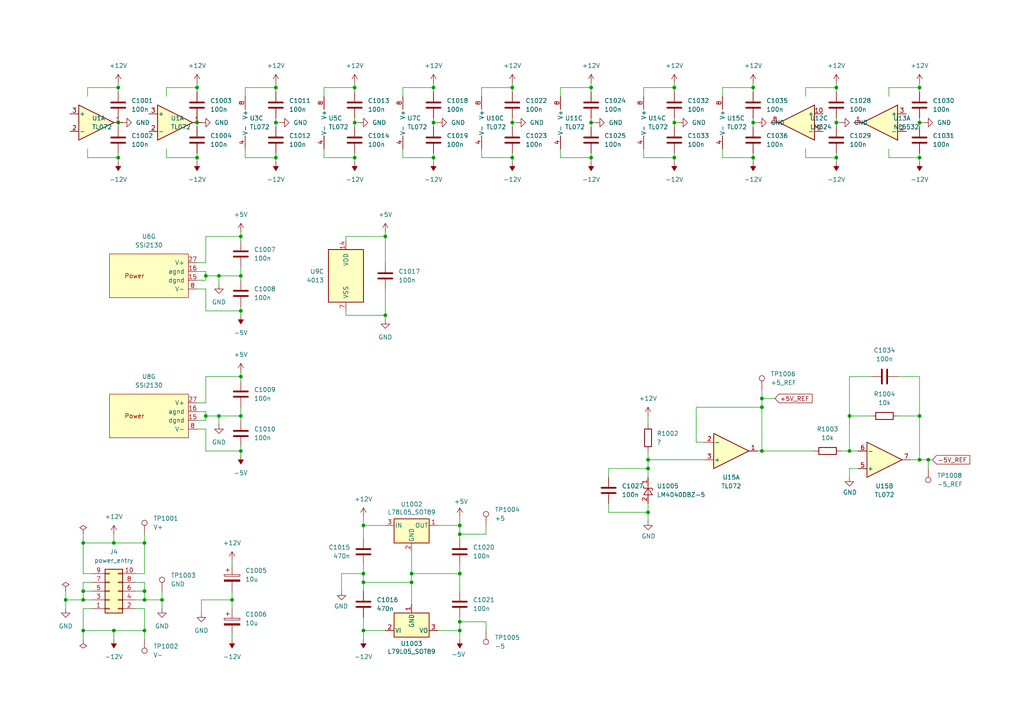
<source format=kicad_sch>
(kicad_sch (version 20230121) (generator eeschema)
  (paper "A4")
  (title_block (title "MICRO-OX Main VCO board") (date "2023-03-27") (rev "0") (comment 2 "creativecommons.org/licenses/by/4.0") (comment 3 "license: CC by 4.0") (comment 4 "Author: Jordan Aceto"))
  (junction (at 266.7 133.35))
  (junction (at 220.98 130.81))
  (junction (at 125.73 35.56))
  (junction (at 133.35 180.34))
  (junction (at 187.96 148.59))
  (junction (at 242.57 25.4))
  (junction (at 57.15 25.4))
  (junction (at 59.69 120.65))
  (junction (at 80.01 45.72))
  (junction (at 102.87 25.4))
  (junction (at 148.59 35.56))
  (junction (at 69.85 90.17))
  (junction (at 119.38 166.37))
  (junction (at 187.96 135.89))
  (junction (at 218.44 25.4))
  (junction (at 171.45 35.56))
  (junction (at 148.59 45.72))
  (junction (at 133.35 182.88))
  (junction (at 34.29 35.56))
  (junction (at 133.35 154.94))
  (junction (at 148.59 25.4))
  (junction (at 102.87 35.56))
  (junction (at 218.44 35.56))
  (junction (at 34.29 45.72))
  (junction (at 57.15 35.56))
  (junction (at 41.91 182.88))
  (junction (at 171.45 25.4))
  (junction (at 269.24 133.35))
  (junction (at 33.02 182.88))
  (junction (at 105.41 168.91))
  (junction (at 63.5 80.01))
  (junction (at 266.7 45.72))
  (junction (at 105.41 152.4))
  (junction (at 187.96 133.35))
  (junction (at 220.98 118.11))
  (junction (at 59.69 80.01))
  (junction (at 171.45 45.72))
  (junction (at 218.44 45.72))
  (junction (at 266.7 120.65))
  (junction (at 69.85 68.58))
  (junction (at 41.91 173.99))
  (junction (at 105.41 166.37))
  (junction (at 195.58 45.72))
  (junction (at 246.38 130.81))
  (junction (at 242.57 45.72))
  (junction (at 24.13 157.48))
  (junction (at 119.38 168.91))
  (junction (at 69.85 80.01))
  (junction (at 63.5 120.65))
  (junction (at 105.41 182.88))
  (junction (at 266.7 25.4))
  (junction (at 133.35 152.4))
  (junction (at 195.58 25.4))
  (junction (at 69.85 130.81))
  (junction (at 24.13 173.99))
  (junction (at 102.87 45.72))
  (junction (at 111.76 91.44))
  (junction (at 67.31 173.99))
  (junction (at 24.13 182.88))
  (junction (at 266.7 35.56))
  (junction (at 33.02 157.48))
  (junction (at 80.01 25.4))
  (junction (at 57.15 45.72))
  (junction (at 111.76 68.58))
  (junction (at 133.35 166.37))
  (junction (at 125.73 45.72))
  (junction (at 41.91 171.45))
  (junction (at 80.01 35.56))
  (junction (at 41.91 157.48))
  (junction (at 125.73 25.4))
  (junction (at 246.38 120.65))
  (junction (at 242.57 35.56))
  (junction (at 34.29 25.4))
  (junction (at 220.98 115.57))
  (junction (at 46.99 173.99))
  (junction (at 24.13 171.45))
  (junction (at 69.85 120.65))
  (junction (at 19.05 173.99))
  (junction (at 195.58 35.56))
  (junction (at 69.85 109.22))
  (wire (pts (xy 125.73 34.29) (xy 125.73 35.56)))
  (wire (pts (xy 266.7 35.56) (xy 267.97 35.56)))
  (wire (pts (xy 69.85 68.58) (xy 59.69 68.58)))
  (wire (pts (xy 186.69 43.18) (xy 186.69 45.72)))
  (wire (pts (xy 246.38 130.81) (xy 243.84 130.81)))
  (wire (pts (xy 140.97 182.88) (xy 140.97 180.34)))
  (wire (pts (xy 57.15 45.72) (xy 57.15 46.99)))
  (wire (pts (xy 41.91 157.48) (xy 33.02 157.48)))
  (wire (pts (xy 24.13 171.45) (xy 26.67 171.45)))
  (wire (pts (xy 59.69 124.46) (xy 57.15 124.46)))
  (wire (pts (xy 119.38 160.02) (xy 119.38 166.37)))
  (wire (pts (xy 25.4 25.4) (xy 25.4 27.94)))
  (wire (pts (xy 100.33 91.44) (xy 111.76 91.44)))
  (wire (pts (xy 269.24 135.89) (xy 269.24 133.35)))
  (wire (pts (xy 148.59 26.67) (xy 148.59 25.4)))
  (wire (pts (xy 39.37 171.45) (xy 41.91 171.45)))
  (wire (pts (xy 105.41 152.4) (xy 105.41 156.21)))
  (wire (pts (xy 204.47 128.27) (xy 201.93 128.27)))
  (wire (pts (xy 264.16 133.35) (xy 266.7 133.35)))
  (wire (pts (xy 80.01 45.72) (xy 80.01 44.45)))
  (wire (pts (xy 71.12 43.18) (xy 71.12 45.72)))
  (wire (pts (xy 242.57 25.4) (xy 233.68 25.4)))
  (wire (pts (xy 266.7 133.35) (xy 269.24 133.35)))
  (wire (pts (xy 195.58 24.13) (xy 195.58 25.4)))
  (wire (pts (xy 139.7 43.18) (xy 139.7 45.72)))
  (wire (pts (xy 105.41 166.37) (xy 105.41 168.91)))
  (wire (pts (xy 59.69 120.65) (xy 59.69 121.92)))
  (wire (pts (xy 33.02 182.88) (xy 41.91 182.88)))
  (wire (pts (xy 67.31 184.15) (xy 67.31 185.42)))
  (wire (pts (xy 125.73 26.67) (xy 125.73 25.4)))
  (wire (pts (xy 33.02 182.88) (xy 33.02 185.42)))
  (wire (pts (xy 105.41 163.83) (xy 105.41 166.37)))
  (wire (pts (xy 209.55 43.18) (xy 209.55 45.72)))
  (wire (pts (xy 48.26 45.72) (xy 57.15 45.72)))
  (wire (pts (xy 100.33 90.17) (xy 100.33 91.44)))
  (wire (pts (xy 246.38 120.65) (xy 246.38 109.22)))
  (wire (pts (xy 209.55 25.4) (xy 209.55 27.94)))
  (wire (pts (xy 59.69 109.22) (xy 59.69 116.84)))
  (wire (pts (xy 127 182.88) (xy 133.35 182.88)))
  (wire (pts (xy 133.35 166.37) (xy 133.35 163.83)))
  (wire (pts (xy 41.91 166.37) (xy 41.91 157.48)))
  (wire (pts (xy 41.91 176.53) (xy 39.37 176.53)))
  (wire (pts (xy 139.7 25.4) (xy 139.7 27.94)))
  (wire (pts (xy 59.69 83.82) (xy 57.15 83.82)))
  (wire (pts (xy 266.7 25.4) (xy 257.81 25.4)))
  (wire (pts (xy 220.98 115.57) (xy 220.98 118.11)))
  (wire (pts (xy 69.85 110.49) (xy 69.85 109.22)))
  (wire (pts (xy 133.35 154.94) (xy 133.35 156.21)))
  (wire (pts (xy 34.29 45.72) (xy 34.29 44.45)))
  (wire (pts (xy 63.5 80.01) (xy 69.85 80.01)))
  (wire (pts (xy 218.44 25.4) (xy 209.55 25.4)))
  (wire (pts (xy 69.85 90.17) (xy 69.85 91.44)))
  (wire (pts (xy 187.96 123.19) (xy 187.96 120.65)))
  (wire (pts (xy 26.67 176.53) (xy 24.13 176.53)))
  (wire (pts (xy 266.7 109.22) (xy 260.35 109.22)))
  (wire (pts (xy 69.85 90.17) (xy 59.69 90.17)))
  (wire (pts (xy 148.59 45.72) (xy 148.59 46.99)))
  (wire (pts (xy 57.15 26.67) (xy 57.15 25.4)))
  (wire (pts (xy 34.29 25.4) (xy 25.4 25.4)))
  (wire (pts (xy 102.87 34.29) (xy 102.87 35.56)))
  (wire (pts (xy 46.99 171.45) (xy 46.99 173.99)))
  (wire (pts (xy 201.93 118.11) (xy 220.98 118.11)))
  (wire (pts (xy 187.96 133.35) (xy 204.47 133.35)))
  (wire (pts (xy 119.38 166.37) (xy 133.35 166.37)))
  (wire (pts (xy 209.55 45.72) (xy 218.44 45.72)))
  (wire (pts (xy 34.29 45.72) (xy 34.29 46.99)))
  (wire (pts (xy 67.31 171.45) (xy 67.31 173.99)))
  (wire (pts (xy 242.57 35.56) (xy 242.57 36.83)))
  (wire (pts (xy 80.01 25.4) (xy 71.12 25.4)))
  (wire (pts (xy 33.02 157.48) (xy 24.13 157.48)))
  (wire (pts (xy 57.15 35.56) (xy 57.15 36.83)))
  (wire (pts (xy 195.58 34.29) (xy 195.58 35.56)))
  (wire (pts (xy 246.38 138.43) (xy 246.38 135.89)))
  (wire (pts (xy 57.15 24.13) (xy 57.15 25.4)))
  (wire (pts (xy 46.99 176.53) (xy 46.99 173.99)))
  (wire (pts (xy 69.85 109.22) (xy 59.69 109.22)))
  (wire (pts (xy 25.4 45.72) (xy 34.29 45.72)))
  (wire (pts (xy 242.57 24.13) (xy 242.57 25.4)))
  (wire (pts (xy 125.73 35.56) (xy 127 35.56)))
  (wire (pts (xy 48.26 43.18) (xy 48.26 45.72)))
  (wire (pts (xy 195.58 25.4) (xy 186.69 25.4)))
  (wire (pts (xy 171.45 45.72) (xy 171.45 44.45)))
  (wire (pts (xy 252.73 120.65) (xy 246.38 120.65)))
  (wire (pts (xy 266.7 24.13) (xy 266.7 25.4)))
  (wire (pts (xy 119.38 166.37) (xy 119.38 168.91)))
  (wire (pts (xy 171.45 45.72) (xy 171.45 46.99)))
  (wire (pts (xy 102.87 26.67) (xy 102.87 25.4)))
  (wire (pts (xy 266.7 35.56) (xy 266.7 36.83)))
  (wire (pts (xy 111.76 83.82) (xy 111.76 91.44)))
  (wire (pts (xy 257.81 25.4) (xy 257.81 27.94)))
  (wire (pts (xy 41.91 154.94) (xy 41.91 157.48)))
  (wire (pts (xy 39.37 166.37) (xy 41.91 166.37)))
  (wire (pts (xy 99.06 171.45) (xy 99.06 166.37)))
  (wire (pts (xy 69.85 67.31) (xy 69.85 68.58)))
  (wire (pts (xy 246.38 130.81) (xy 246.38 120.65)))
  (wire (pts (xy 34.29 26.67) (xy 34.29 25.4)))
  (wire (pts (xy 48.26 25.4) (xy 48.26 27.94)))
  (wire (pts (xy 171.45 35.56) (xy 172.72 35.56)))
  (wire (pts (xy 148.59 24.13) (xy 148.59 25.4)))
  (wire (pts (xy 148.59 34.29) (xy 148.59 35.56)))
  (wire (pts (xy 69.85 81.28) (xy 69.85 80.01)))
  (wire (pts (xy 148.59 35.56) (xy 149.86 35.56)))
  (wire (pts (xy 58.42 177.8) (xy 58.42 173.99)))
  (wire (pts (xy 69.85 130.81) (xy 59.69 130.81)))
  (wire (pts (xy 133.35 152.4) (xy 133.35 154.94)))
  (wire (pts (xy 102.87 35.56) (xy 104.14 35.56)))
  (wire (pts (xy 218.44 45.72) (xy 218.44 44.45)))
  (wire (pts (xy 140.97 154.94) (xy 133.35 154.94)))
  (wire (pts (xy 57.15 45.72) (xy 57.15 44.45)))
  (wire (pts (xy 220.98 113.03) (xy 220.98 115.57)))
  (wire (pts (xy 24.13 182.88) (xy 33.02 182.88)))
  (wire (pts (xy 148.59 35.56) (xy 148.59 36.83)))
  (wire (pts (xy 195.58 26.67) (xy 195.58 25.4)))
  (wire (pts (xy 218.44 35.56) (xy 218.44 36.83)))
  (wire (pts (xy 39.37 173.99) (xy 41.91 173.99)))
  (wire (pts (xy 257.81 43.18) (xy 257.81 45.72)))
  (wire (pts (xy 171.45 34.29) (xy 171.45 35.56)))
  (wire (pts (xy 59.69 78.74) (xy 57.15 78.74)))
  (wire (pts (xy 125.73 24.13) (xy 125.73 25.4)))
  (wire (pts (xy 80.01 26.67) (xy 80.01 25.4)))
  (wire (pts (xy 140.97 180.34) (xy 133.35 180.34)))
  (wire (pts (xy 125.73 25.4) (xy 116.84 25.4)))
  (wire (pts (xy 125.73 45.72) (xy 125.73 46.99)))
  (wire (pts (xy 24.13 168.91) (xy 24.13 171.45)))
  (wire (pts (xy 242.57 26.67) (xy 242.57 25.4)))
  (wire (pts (xy 266.7 45.72) (xy 266.7 46.99)))
  (wire (pts (xy 69.85 130.81) (xy 69.85 132.08)))
  (wire (pts (xy 105.41 168.91) (xy 105.41 171.45)))
  (wire (pts (xy 242.57 34.29) (xy 242.57 35.56)))
  (wire (pts (xy 59.69 76.2) (xy 57.15 76.2)))
  (wire (pts (xy 41.91 173.99) (xy 41.91 171.45)))
  (wire (pts (xy 195.58 45.72) (xy 195.58 44.45)))
  (wire (pts (xy 266.7 109.22) (xy 266.7 120.65)))
  (wire (pts (xy 133.35 179.07) (xy 133.35 180.34)))
  (wire (pts (xy 266.7 26.67) (xy 266.7 25.4)))
  (wire (pts (xy 59.69 119.38) (xy 59.69 120.65)))
  (wire (pts (xy 266.7 120.65) (xy 266.7 133.35)))
  (wire (pts (xy 102.87 35.56) (xy 102.87 36.83)))
  (wire (pts (xy 201.93 128.27) (xy 201.93 118.11)))
  (wire (pts (xy 111.76 182.88) (xy 105.41 182.88)))
  (wire (pts (xy 111.76 67.31) (xy 111.76 68.58)))
  (wire (pts (xy 218.44 26.67) (xy 218.44 25.4)))
  (wire (pts (xy 187.96 135.89) (xy 187.96 133.35)))
  (wire (pts (xy 171.45 35.56) (xy 171.45 36.83)))
  (wire (pts (xy 34.29 35.56) (xy 34.29 36.83)))
  (wire (pts (xy 105.41 168.91) (xy 119.38 168.91)))
  (wire (pts (xy 246.38 109.22) (xy 252.73 109.22)))
  (wire (pts (xy 69.85 107.95) (xy 69.85 109.22)))
  (wire (pts (xy 63.5 120.65) (xy 69.85 120.65)))
  (wire (pts (xy 24.13 171.45) (xy 24.13 173.99)))
  (wire (pts (xy 111.76 91.44) (xy 111.76 92.71)))
  (wire (pts (xy 257.81 45.72) (xy 266.7 45.72)))
  (wire (pts (xy 105.41 185.42) (xy 105.41 182.88)))
  (wire (pts (xy 24.13 157.48) (xy 24.13 166.37)))
  (wire (pts (xy 39.37 168.91) (xy 41.91 168.91)))
  (wire (pts (xy 100.33 69.85) (xy 100.33 68.58)))
  (wire (pts (xy 111.76 152.4) (xy 105.41 152.4)))
  (wire (pts (xy 218.44 34.29) (xy 218.44 35.56)))
  (wire (pts (xy 24.13 166.37) (xy 26.67 166.37)))
  (wire (pts (xy 59.69 90.17) (xy 59.69 83.82)))
  (wire (pts (xy 102.87 45.72) (xy 102.87 44.45)))
  (wire (pts (xy 176.53 146.05) (xy 176.53 148.59)))
  (wire (pts (xy 187.96 148.59) (xy 187.96 151.13)))
  (wire (pts (xy 24.13 176.53) (xy 24.13 182.88)))
  (wire (pts (xy 57.15 81.28) (xy 59.69 81.28)))
  (wire (pts (xy 34.29 34.29) (xy 34.29 35.56)))
  (wire (pts (xy 116.84 45.72) (xy 125.73 45.72)))
  (wire (pts (xy 224.79 115.57) (xy 220.98 115.57)))
  (wire (pts (xy 99.06 166.37) (xy 105.41 166.37)))
  (wire (pts (xy 80.01 45.72) (xy 80.01 46.99)))
  (wire (pts (xy 186.69 45.72) (xy 195.58 45.72)))
  (wire (pts (xy 133.35 185.42) (xy 133.35 182.88)))
  (wire (pts (xy 69.85 129.54) (xy 69.85 130.81)))
  (wire (pts (xy 218.44 45.72) (xy 218.44 46.99)))
  (wire (pts (xy 242.57 45.72) (xy 242.57 44.45)))
  (wire (pts (xy 100.33 68.58) (xy 111.76 68.58)))
  (wire (pts (xy 69.85 118.11) (xy 69.85 120.65)))
  (wire (pts (xy 162.56 25.4) (xy 162.56 27.94)))
  (wire (pts (xy 93.98 43.18) (xy 93.98 45.72)))
  (wire (pts (xy 25.4 43.18) (xy 25.4 45.72)))
  (wire (pts (xy 171.45 25.4) (xy 162.56 25.4)))
  (wire (pts (xy 63.5 120.65) (xy 59.69 120.65)))
  (wire (pts (xy 242.57 35.56) (xy 243.84 35.56)))
  (wire (pts (xy 63.5 80.01) (xy 63.5 82.55)))
  (wire (pts (xy 116.84 25.4) (xy 116.84 27.94)))
  (wire (pts (xy 171.45 26.67) (xy 171.45 25.4)))
  (wire (pts (xy 105.41 182.88) (xy 105.41 179.07)))
  (wire (pts (xy 102.87 25.4) (xy 93.98 25.4)))
  (wire (pts (xy 69.85 121.92) (xy 69.85 120.65)))
  (wire (pts (xy 41.91 171.45) (xy 41.91 168.91)))
  (wire (pts (xy 34.29 24.13) (xy 34.29 25.4)))
  (wire (pts (xy 34.29 35.56) (xy 35.56 35.56)))
  (wire (pts (xy 218.44 35.56) (xy 219.71 35.56)))
  (wire (pts (xy 133.35 180.34) (xy 133.35 182.88)))
  (wire (pts (xy 246.38 135.89) (xy 248.92 135.89)))
  (wire (pts (xy 67.31 162.56) (xy 67.31 163.83)))
  (wire (pts (xy 176.53 138.43) (xy 176.53 135.89)))
  (wire (pts (xy 219.71 130.81) (xy 220.98 130.81)))
  (wire (pts (xy 162.56 43.18) (xy 162.56 45.72)))
  (wire (pts (xy 93.98 25.4) (xy 93.98 27.94)))
  (wire (pts (xy 195.58 35.56) (xy 196.85 35.56)))
  (wire (pts (xy 171.45 24.13) (xy 171.45 25.4)))
  (wire (pts (xy 140.97 152.4) (xy 140.97 154.94)))
  (wire (pts (xy 41.91 185.42) (xy 41.91 182.88)))
  (wire (pts (xy 80.01 35.56) (xy 81.28 35.56)))
  (wire (pts (xy 139.7 45.72) (xy 148.59 45.72)))
  (wire (pts (xy 19.05 171.45) (xy 19.05 173.99)))
  (wire (pts (xy 220.98 130.81) (xy 236.22 130.81)))
  (wire (pts (xy 63.5 80.01) (xy 59.69 80.01)))
  (wire (pts (xy 57.15 121.92) (xy 59.69 121.92)))
  (wire (pts (xy 195.58 35.56) (xy 195.58 36.83)))
  (wire (pts (xy 269.24 133.35) (xy 270.51 133.35)))
  (wire (pts (xy 111.76 68.58) (xy 111.76 76.2)))
  (wire (pts (xy 148.59 45.72) (xy 148.59 44.45)))
  (wire (pts (xy 125.73 45.72) (xy 125.73 44.45)))
  (wire (pts (xy 57.15 35.56) (xy 58.42 35.56)))
  (wire (pts (xy 133.35 152.4) (xy 127 152.4)))
  (wire (pts (xy 57.15 34.29) (xy 57.15 35.56)))
  (wire (pts (xy 119.38 175.26) (xy 119.38 168.91)))
  (wire (pts (xy 176.53 148.59) (xy 187.96 148.59)))
  (wire (pts (xy 19.05 173.99) (xy 24.13 173.99)))
  (wire (pts (xy 102.87 45.72) (xy 102.87 46.99)))
  (wire (pts (xy 162.56 45.72) (xy 171.45 45.72)))
  (wire (pts (xy 19.05 176.53) (xy 19.05 173.99)))
  (wire (pts (xy 233.68 25.4) (xy 233.68 27.94)))
  (wire (pts (xy 133.35 166.37) (xy 133.35 171.45)))
  (wire (pts (xy 59.69 80.01) (xy 59.69 81.28)))
  (wire (pts (xy 69.85 69.85) (xy 69.85 68.58)))
  (wire (pts (xy 71.12 45.72) (xy 80.01 45.72)))
  (wire (pts (xy 59.69 116.84) (xy 57.15 116.84)))
  (wire (pts (xy 67.31 173.99) (xy 67.31 176.53)))
  (wire (pts (xy 133.35 149.86) (xy 133.35 152.4)))
  (wire (pts (xy 187.96 146.05) (xy 187.96 148.59)))
  (wire (pts (xy 59.69 130.81) (xy 59.69 124.46)))
  (wire (pts (xy 46.99 173.99) (xy 41.91 173.99)))
  (wire (pts (xy 102.87 24.13) (xy 102.87 25.4)))
  (wire (pts (xy 33.02 154.94) (xy 33.02 157.48)))
  (wire (pts (xy 24.13 168.91) (xy 26.67 168.91)))
  (wire (pts (xy 58.42 173.99) (xy 67.31 173.99)))
  (wire (pts (xy 176.53 135.89) (xy 187.96 135.89)))
  (wire (pts (xy 218.44 24.13) (xy 218.44 25.4)))
  (wire (pts (xy 59.69 119.38) (xy 57.15 119.38)))
  (wire (pts (xy 41.91 182.88) (xy 41.91 176.53)))
  (wire (pts (xy 187.96 138.43) (xy 187.96 135.89)))
  (wire (pts (xy 260.35 120.65) (xy 266.7 120.65)))
  (wire (pts (xy 220.98 118.11) (xy 220.98 130.81)))
  (wire (pts (xy 266.7 45.72) (xy 266.7 44.45)))
  (wire (pts (xy 24.13 185.42) (xy 24.13 182.88)))
  (wire (pts (xy 233.68 45.72) (xy 242.57 45.72)))
  (wire (pts (xy 93.98 45.72) (xy 102.87 45.72)))
  (wire (pts (xy 80.01 24.13) (xy 80.01 25.4)))
  (wire (pts (xy 266.7 34.29) (xy 266.7 35.56)))
  (wire (pts (xy 187.96 133.35) (xy 187.96 130.81)))
  (wire (pts (xy 69.85 77.47) (xy 69.85 80.01)))
  (wire (pts (xy 26.67 173.99) (xy 24.13 173.99)))
  (wire (pts (xy 57.15 25.4) (xy 48.26 25.4)))
  (wire (pts (xy 195.58 45.72) (xy 195.58 46.99)))
  (wire (pts (xy 186.69 25.4) (xy 186.69 27.94)))
  (wire (pts (xy 248.92 130.81) (xy 246.38 130.81)))
  (wire (pts (xy 148.59 25.4) (xy 139.7 25.4)))
  (wire (pts (xy 80.01 35.56) (xy 80.01 36.83)))
  (wire (pts (xy 59.69 68.58) (xy 59.69 76.2)))
  (wire (pts (xy 242.57 45.72) (xy 242.57 46.99)))
  (wire (pts (xy 71.12 25.4) (xy 71.12 27.94)))
  (wire (pts (xy 24.13 154.94) (xy 24.13 157.48)))
  (wire (pts (xy 233.68 43.18) (xy 233.68 45.72)))
  (wire (pts (xy 125.73 35.56) (xy 125.73 36.83)))
  (wire (pts (xy 59.69 78.74) (xy 59.69 80.01)))
  (wire (pts (xy 69.85 88.9) (xy 69.85 90.17)))
  (wire (pts (xy 80.01 34.29) (xy 80.01 35.56)))
  (wire (pts (xy 63.5 120.65) (xy 63.5 123.19)))
  (wire (pts (xy 105.41 149.86) (xy 105.41 152.4)))
  (wire (pts (xy 116.84 43.18) (xy 116.84 45.72)))
  (global_label "+5V_REF" (shape input) (at 224.79 115.57 0) (property "Intersheetrefs" "${INTERSHEET_REFS}" (effects hide)))
  (global_label "-5V_REF" (shape input) (at 270.51 133.35 0) (property "Intersheetrefs" "${INTERSHEET_REFS}" (effects hide)))
  (symbol (lib_id "power:GND") (at 219.71 35.56 90) (unit 1)
    (property "Reference" "#PWR01058" (effects hide))
    (property "Value" "GND" (at 223.52 35.56 90) (effects (justify right)))
  )
  (symbol (lib_id "power:GND") (at 35.56 35.56 90) (unit 1)
    (property "Reference" "#PWR01006" (effects hide))
    (property "Value" "GND" (at 39.37 35.56 90) (effects (justify right)))
  )
  (symbol (lib_id "power:+12V") (at 67.31 162.56 0) (unit 1)
    (property "Reference" "#PWR01014" (effects hide))
    (property "Value" "+12V" (at 67.31 157.48 0))
  )
  (symbol (lib_id "4xxx:4013") (at 100.33 80.01 0) (unit 3)
    (property "Reference" "U9" (at 93.98 78.74 0) (effects (justify right)))
    (property "Value" "4013" (at 93.98 81.28 0) (effects (justify right)))
    (property "Footprint" "Package_SO:SOIC-14_3.9x8.7mm_P1.27mm" (effects hide))
    (property "Datasheet" "http://www.onsemi.com/pub/Collateral/MC14013B-D.PDF" (effects hide))
  )
  (symbol (lib_id "power:-12V") (at 125.73 46.99 0) (mirror x) (unit 1)
    (property "Reference" "#PWR01032" (effects hide))
    (property "Value" "-12V" (at 125.73 52.07 0))
  )
  (symbol (lib_id "Connector:TestPoint") (at 41.91 185.42 180) (unit 1) (in_bom no)
    (property "Reference" "TP1002" (at 44.45 187.452 0) (effects (justify right)))
    (property "Value" "V-" (at 44.45 189.992 0) (effects (justify right)))
    (property "Footprint" "TestPoint:TestPoint_Keystone_5000-5004_Miniature" (effects hide))
  )
  (symbol (lib_id "Regulator_Linear:L79L05_SOT89") (at 119.38 182.88 0) (unit 1)
    (property "Reference" "U1003" (at 119.38 186.6646 0))
    (property "Value" "L79L05_SOT89" (at 119.38 188.976 0))
    (property "Footprint" "Package_TO_SOT_SMD:SOT-89-3" (effects hide))
    (property "Datasheet" "http://www.farnell.com/datasheets/1827870.pdf" (effects hide))
  )
  (symbol (lib_id "power:GND") (at 99.06 171.45 0) (mirror y) (unit 1)
    (property "Reference" "#PWR01023" (effects hide))
    (property "Value" "GND" (at 98.933 175.8442 0))
  )
  (symbol (lib_id "power:+12V") (at 80.01 24.13 0) (unit 1)
    (property "Reference" "#PWR01020" (effects hide))
    (property "Value" "+12V" (at 80.01 19.05 0))
  )
  (symbol (lib_id "power:GND") (at 243.84 35.56 90) (unit 1)
    (property "Reference" "#PWR01048" (effects hide))
    (property "Value" "GND" (at 247.65 35.56 90) (effects (justify right)))
  )
  (symbol (lib_id "power:-12V") (at 148.59 46.99 0) (mirror x) (unit 1)
    (property "Reference" "#PWR01037" (effects hide))
    (property "Value" "-12V" (at 148.59 52.07 0))
  )
  (symbol (lib_id "custom_symbols:SSI2130") (at 43.18 80.01 0) (mirror y) (unit 7)
    (property "Reference" "U6" (at 43.18 68.58 0))
    (property "Value" "SSI2130" (at 43.18 71.12 0))
    (property "Footprint" "Package_DFN_QFN:QFN-32-1EP_4x4mm_P0.4mm_EP2.9x2.9mm" (effects hide))
    (property "Datasheet" "https://www.soundsemiconductor.com/downloads/ssi2130datasheet.pdf" (effects hide))
    (instances (project "main_VCO_board" (path "" (reference "U6") (unit 7)) (path "" (reference "U2") (unit 7)) (path "" (reference "U?") (unit 7))))
  )
  (symbol (lib_id "Amplifier_Operational:TL072") (at 212.09 35.56 0) (unit 3)
    (property "Reference" "U15" (at 210.82 34.29 0) (effects (justify left)))
    (property "Value" "TL072" (at 210.82 36.83 0) (effects (justify left)))
    (property "Footprint" "Package_SO:SOIC-8_3.9x4.9mm_P1.27mm" (effects hide))
    (property "Datasheet" "http://www.ti.com/lit/ds/symlink/tl071.pdf" (effects hide))
  )
  (symbol (lib_id "Device:R") (at 187.96 127 0) (unit 1)
    (property "Reference" "R1002" (at 190.5 125.73 0) (effects (justify left)))
    (property "Value" "?" (at 190.5 128.27 0) (effects (justify left)))
    (property "Footprint" "Resistor_SMD:R_0603_1608Metric" (effects hide))
  )
  (symbol (lib_id "Amplifier_Operational:LM324") (at 231.14 35.56 0) (mirror y) (unit 3)
    (property "Reference" "U12" (at 234.95 34.29 0) (effects (justify right)))
    (property "Value" "LM324" (at 234.95 36.83 0) (effects (justify right)))
    (property "Footprint" "Package_SO:SOIC-14_3.9x8.7mm_P1.27mm" (effects hide))
    (property "Datasheet" "http://www.ti.com/lit/ds/symlink/lm2902-n.pdf" (effects hide))
    (instances (project "main_VCO_board" (path "" (reference "U12") (unit 3)) (path "" (reference "U12") (unit 5))))
  )
  (symbol (lib_id "power:-12V") (at 266.7 46.99 0) (mirror x) (unit 1)
    (property "Reference" "#PWR01050" (effects hide))
    (property "Value" "-12V" (at 266.7 52.07 0))
  )
  (symbol (lib_id "power:+12V") (at 187.96 120.65 0) (unit 1)
    (property "Reference" "#PWR01044" (effects hide))
    (property "Value" "+12V" (at 187.96 115.57 0))
  )
  (symbol (lib_id "Connector:TestPoint") (at 46.99 171.45 0) (unit 1) (in_bom no)
    (property "Reference" "TP1003" (at 49.53 166.878 0) (effects (justify left)))
    (property "Value" "GND" (at 49.53 169.418 0) (effects (justify left)))
    (property "Footprint" "TestPoint:TestPoint_Bridge_Pitch7.62mm_Drill1.3mm" (effects hide))
  )
  (symbol (lib_id "power:+12V") (at 195.58 24.13 0) (unit 1)
    (property "Reference" "#PWR01052" (effects hide))
    (property "Value" "+12V" (at 195.58 19.05 0))
  )
  (symbol (lib_id "power:+12V") (at 34.29 24.13 0) (unit 1)
    (property "Reference" "#PWR01004" (effects hide))
    (property "Value" "+12V" (at 34.29 19.05 0))
  )
  (symbol (lib_id "Device:C") (at 102.87 40.64 0) (unit 1)
    (property "Reference" "C1014" (at 106.68 39.37 0) (effects (justify left)))
    (property "Value" "100n" (at 106.68 41.91 0) (effects (justify left)))
    (property "Footprint" "Capacitor_SMD:C_0603_1608Metric" (effects hide))
  )
  (symbol (lib_id "Amplifier_Operational:TL072") (at 119.38 35.56 0) (unit 3)
    (property "Reference" "U7" (at 118.11 34.29 0) (effects (justify left)))
    (property "Value" "TL072" (at 118.11 36.83 0) (effects (justify left)))
    (property "Footprint" "Package_SO:SOIC-8_3.9x4.9mm_P1.27mm" (effects hide))
    (property "Datasheet" "http://www.ti.com/lit/ds/symlink/tl071.pdf" (effects hide))
  )
  (symbol (lib_id "power:-12V") (at 34.29 46.99 0) (mirror x) (unit 1)
    (property "Reference" "#PWR01005" (effects hide))
    (property "Value" "-12V" (at 34.29 52.07 0))
  )
  (symbol (lib_id "Connector:TestPoint") (at 140.97 182.88 180) (unit 1) (in_bom no)
    (property "Reference" "TP1005" (at 143.51 184.9119 0) (effects (justify right)))
    (property "Value" "-5" (at 143.51 187.4519 0) (effects (justify right)))
    (property "Footprint" "TestPoint:TestPoint_Keystone_5000-5004_Miniature" (effects hide))
  )
  (symbol (lib_id "power:+5V") (at 69.85 67.31 0) (unit 1)
    (property "Reference" "#PWR01016" (effects hide))
    (property "Value" "+5V" (at 69.85 62.23 0))
    (instances (project "main_VCO_board" (path "" (reference "#PWR01016") (unit 1)) (path "" (reference "#PWR0219") (unit 1)) (path "" (reference "#PWR0301") (unit 1))))
  )
  (symbol (lib_id "power:-12V") (at 57.15 46.99 0) (mirror x) (unit 1)
    (property "Reference" "#PWR01009" (effects hide))
    (property "Value" "-12V" (at 57.15 52.07 0))
  )
  (symbol (lib_id "power:+12V") (at 148.59 24.13 0) (unit 1)
    (property "Reference" "#PWR01036" (effects hide))
    (property "Value" "+12V" (at 148.59 19.05 0))
  )
  (symbol (lib_id "power:-5V") (at 69.85 132.08 180) (unit 1)
    (property "Reference" "#PWR01019" (effects hide))
    (property "Value" "-5V" (at 69.85 137.16 0))
    (instances (project "main_VCO_board" (path "" (reference "#PWR01019") (unit 1)) (path "" (reference "#PWR0220") (unit 1)) (path "" (reference "#PWR0302") (unit 1))))
  )
  (symbol (lib_id "power:-5V") (at 69.85 91.44 180) (unit 1)
    (property "Reference" "#PWR01017" (effects hide))
    (property "Value" "-5V" (at 69.85 96.52 0))
    (instances (project "main_VCO_board" (path "" (reference "#PWR01017") (unit 1)) (path "" (reference "#PWR0220") (unit 1)) (path "" (reference "#PWR0302") (unit 1))))
  )
  (symbol (lib_id "Device:R") (at 256.54 120.65 270) (unit 1)
    (property "Reference" "R1004" (at 256.54 114.3 90))
    (property "Value" "10k" (at 256.54 116.84 90))
    (property "Footprint" "Resistor_SMD:R_0603_1608Metric" (effects hide))
  )
  (symbol (lib_id "Device:C") (at 80.01 40.64 0) (unit 1)
    (property "Reference" "C1012" (at 83.82 39.37 0) (effects (justify left)))
    (property "Value" "100n" (at 83.82 41.91 0) (effects (justify left)))
    (property "Footprint" "Capacitor_SMD:C_0603_1608Metric" (effects hide))
  )
  (symbol (lib_id "power:GND") (at 104.14 35.56 90) (unit 1)
    (property "Reference" "#PWR01026" (effects hide))
    (property "Value" "GND" (at 107.95 35.56 90) (effects (justify right)))
  )
  (symbol (lib_id "power:-12V") (at 80.01 46.99 0) (mirror x) (unit 1)
    (property "Reference" "#PWR01021" (effects hide))
    (property "Value" "-12V" (at 80.01 52.07 0))
  )
  (symbol (lib_id "Amplifier_Operational:TL072") (at 96.52 35.56 0) (unit 3)
    (property "Reference" "U5" (at 95.25 34.29 0) (effects (justify left)))
    (property "Value" "TL072" (at 95.25 36.83 0) (effects (justify left)))
    (property "Footprint" "Package_SO:SOIC-8_3.9x4.9mm_P1.27mm" (effects hide))
    (property "Datasheet" "http://www.ti.com/lit/ds/symlink/tl071.pdf" (effects hide))
  )
  (symbol (lib_id "power:-12V") (at 218.44 46.99 0) (mirror x) (unit 1)
    (property "Reference" "#PWR01057" (effects hide))
    (property "Value" "-12V" (at 218.44 52.07 0))
  )
  (symbol (lib_id "Device:C") (at 195.58 30.48 0) (unit 1)
    (property "Reference" "C1032" (at 199.39 29.21 0) (effects (justify left)))
    (property "Value" "100n" (at 199.39 31.75 0) (effects (justify left)))
    (property "Footprint" "Capacitor_SMD:C_0603_1608Metric" (effects hide))
  )
  (symbol (lib_id "Device:C") (at 57.15 40.64 0) (unit 1)
    (property "Reference" "C1004" (at 60.96 39.37 0) (effects (justify left)))
    (property "Value" "100n" (at 60.96 41.91 0) (effects (justify left)))
    (property "Footprint" "Capacitor_SMD:C_0603_1608Metric" (effects hide))
  )
  (symbol (lib_id "Device:C") (at 69.85 125.73 0) (unit 1)
    (property "Reference" "C1010" (at 73.66 124.46 0) (effects (justify left)))
    (property "Value" "100n" (at 73.66 127 0) (effects (justify left)))
    (property "Footprint" "Capacitor_SMD:C_0603_1608Metric" (effects hide))
    (instances (project "main_VCO_board" (path "" (reference "C1010") (unit 1)) (path "" (reference "C?") (unit 1)) (path "" (reference "C?") (unit 1))))
  )
  (symbol (lib_id "power:+12V") (at 218.44 24.13 0) (unit 1)
    (property "Reference" "#PWR01056" (effects hide))
    (property "Value" "+12V" (at 218.44 19.05 0))
  )
  (symbol (lib_id "power:+12V") (at 171.45 24.13 0) (unit 1)
    (property "Reference" "#PWR01039" (effects hide))
    (property "Value" "+12V" (at 171.45 19.05 0))
  )
  (symbol (lib_id "Regulator_Linear:L78L05_SOT89") (at 119.38 152.4 0) (unit 1)
    (property "Reference" "U1002" (at 119.38 146.2532 0))
    (property "Value" "L78L05_SOT89" (at 119.38 148.5646 0))
    (property "Footprint" "Package_TO_SOT_SMD:SOT-89-3" (effects hide))
    (property "Datasheet" "http://www.st.com/content/ccc/resource/technical/document/datasheet/15/55/e5/aa/23/5b/43/fd/CD00000446.pdf/files/CD00000446.pdf/jcr:content/translations/en.CD00000446.pdf" (effects hide))
  )
  (symbol (lib_id "power:GND") (at 149.86 35.56 90) (unit 1)
    (property "Reference" "#PWR01038" (effects hide))
    (property "Value" "GND" (at 153.67 35.56 90) (effects (justify right)))
  )
  (symbol (lib_id "power:-12V") (at 195.58 46.99 0) (mirror x) (unit 1)
    (property "Reference" "#PWR01053" (effects hide))
    (property "Value" "-12V" (at 195.58 52.07 0))
  )
  (symbol (lib_id "power:+5V") (at 69.85 107.95 0) (unit 1)
    (property "Reference" "#PWR01018" (effects hide))
    (property "Value" "+5V" (at 69.85 102.87 0))
    (instances (project "main_VCO_board" (path "" (reference "#PWR01018") (unit 1)) (path "" (reference "#PWR0219") (unit 1)) (path "" (reference "#PWR0301") (unit 1))))
  )
  (symbol (lib_id "power:-12V") (at 242.57 46.99 0) (mirror x) (unit 1)
    (property "Reference" "#PWR01047" (effects hide))
    (property "Value" "-12V" (at 242.57 52.07 0))
  )
  (symbol (lib_id "Device:C") (at 105.41 160.02 0) (unit 1)
    (property "Reference" "C1015" (at 101.6 158.75 0) (effects (justify right)))
    (property "Value" "470n" (at 101.6 161.29 0) (effects (justify right)))
    (property "Footprint" "Capacitor_SMD:C_0805_2012Metric" (effects hide))
  )
  (symbol (lib_id "Amplifier_Operational:TL072") (at 142.24 35.56 0) (unit 3)
    (property "Reference" "U10" (at 140.97 34.29 0) (effects (justify left)))
    (property "Value" "TL072" (at 140.97 36.83 0) (effects (justify left)))
    (property "Footprint" "Package_SO:SOIC-8_3.9x4.9mm_P1.27mm" (effects hide))
    (property "Datasheet" "http://www.ti.com/lit/ds/symlink/tl071.pdf" (effects hide))
  )
  (symbol (lib_id "power:GND") (at 46.99 176.53 0) (unit 1)
    (property "Reference" "#PWR01007" (effects hide))
    (property "Value" "GND" (at 46.99 181.61 0))
  )
  (symbol (lib_id "power:GND") (at 246.38 138.43 0) (unit 1)
    (property "Reference" "#PWR01055" (effects hide))
    (property "Value" "GND" (at 246.507 142.8242 0))
  )
  (symbol (lib_id "power:GND") (at 187.96 151.13 0) (unit 1)
    (property "Reference" "#PWR01045" (effects hide))
    (property "Value" "GND" (at 188.087 155.5242 0))
  )
  (symbol (lib_id "power:-12V") (at 105.41 185.42 0) (mirror x) (unit 1)
    (property "Reference" "#PWR01028" (effects hide))
    (property "Value" "-12V" (at 105.41 190.5 0))
  )
  (symbol (lib_id "Amplifier_Operational:TL072") (at 165.1 35.56 0) (unit 3)
    (property "Reference" "U11" (at 163.83 34.29 0) (effects (justify left)))
    (property "Value" "TL072" (at 163.83 36.83 0) (effects (justify left)))
    (property "Footprint" "Package_SO:SOIC-8_3.9x4.9mm_P1.27mm" (effects hide))
    (property "Datasheet" "http://www.ti.com/lit/ds/symlink/tl071.pdf" (effects hide))
  )
  (symbol (lib_id "Connector:TestPoint") (at 220.98 113.03 0) (unit 1) (in_bom no)
    (property "Reference" "TP1006" (at 223.52 108.4579 0) (effects (justify left)))
    (property "Value" "+5_REF" (at 223.52 110.9979 0) (effects (justify left)))
    (property "Footprint" "TestPoint:TestPoint_Keystone_5000-5004_Miniature" (effects hide))
  )
  (symbol (lib_id "Device:C") (at 171.45 40.64 0) (unit 1)
    (property "Reference" "C1025" (at 175.26 39.37 0) (effects (justify left)))
    (property "Value" "100n" (at 175.26 41.91 0) (effects (justify left)))
    (property "Footprint" "Capacitor_SMD:C_0603_1608Metric" (effects hide))
  )
  (symbol (lib_id "Device:C") (at 218.44 40.64 0) (unit 1)
    (property "Reference" "C1036" (at 222.25 39.37 0) (effects (justify left)))
    (property "Value" "100n" (at 222.25 41.91 0) (effects (justify left)))
    (property "Footprint" "Capacitor_SMD:C_0603_1608Metric" (effects hide))
  )
  (symbol (lib_id "Device:C") (at 256.54 109.22 270) (unit 1)
    (property "Reference" "C1034" (at 256.54 101.6 90))
    (property "Value" "100n" (at 256.54 104.14 90))
    (property "Footprint" "Capacitor_SMD:C_0603_1608Metric" (effects hide))
  )
  (symbol (lib_id "Device:C") (at 266.7 40.64 0) (unit 1)
    (property "Reference" "C1031" (at 270.51 39.37 0) (effects (justify left)))
    (property "Value" "100n" (at 270.51 41.91 0) (effects (justify left)))
    (property "Footprint" "Capacitor_SMD:C_0603_1608Metric" (effects hide))
  )
  (symbol (lib_id "power:+12V") (at 266.7 24.13 0) (unit 1)
    (property "Reference" "#PWR01049" (effects hide))
    (property "Value" "+12V" (at 266.7 19.05 0))
  )
  (symbol (lib_id "power:-12V") (at 102.87 46.99 0) (mirror x) (unit 1)
    (property "Reference" "#PWR01025" (effects hide))
    (property "Value" "-12V" (at 102.87 52.07 0))
  )
  (symbol (lib_id "power:GND") (at 63.5 123.19 0) (mirror y) (unit 1)
    (property "Reference" "#PWR01013" (effects hide))
    (property "Value" "GND" (at 63.5 128.27 0))
    (instances (project "main_VCO_board" (path "" (reference "#PWR01013") (unit 1)) (path "" (reference "#PWR0207") (unit 1)) (path "" (reference "#PWR031") (unit 1))))
  )
  (symbol (lib_id "Device:C") (at 148.59 40.64 0) (unit 1)
    (property "Reference" "C1023" (at 152.4 39.37 0) (effects (justify left)))
    (property "Value" "100n" (at 152.4 41.91 0) (effects (justify left)))
    (property "Footprint" "Capacitor_SMD:C_0603_1608Metric" (effects hide))
  )
  (symbol (lib_id "power:PWR_FLAG") (at 19.05 171.45 0) (unit 1)
    (property "Reference" "#FLG01001" (effects hide))
    (property "Value" "PWR_FLAG" (effects hide))
  )
  (symbol (lib_id "Device:C") (at 34.29 40.64 0) (unit 1)
    (property "Reference" "C1002" (at 38.1 39.37 0) (effects (justify left)))
    (property "Value" "100n" (at 38.1 41.91 0) (effects (justify left)))
    (property "Footprint" "Capacitor_SMD:C_0603_1608Metric" (effects hide))
  )
  (symbol (lib_id "power:+12V") (at 105.41 149.86 0) (unit 1)
    (property "Reference" "#PWR01027" (effects hide))
    (property "Value" "+12V" (at 105.41 144.78 0))
  )
  (symbol (lib_id "power:GND") (at 58.42 35.56 90) (unit 1)
    (property "Reference" "#PWR01010" (effects hide))
    (property "Value" "GND" (at 62.23 35.56 90) (effects (justify right)))
  )
  (symbol (lib_id "Device:C") (at 171.45 30.48 0) (unit 1)
    (property "Reference" "C1024" (at 175.26 29.21 0) (effects (justify left)))
    (property "Value" "100n" (at 175.26 31.75 0) (effects (justify left)))
    (property "Footprint" "Capacitor_SMD:C_0603_1608Metric" (effects hide))
  )
  (symbol (lib_id "power:+5V") (at 111.76 67.31 0) (unit 1)
    (property "Reference" "#PWR01029" (effects hide))
    (property "Value" "+5V" (at 111.76 62.23 0))
    (instances (project "main_VCO_board" (path "" (reference "#PWR01029") (unit 1)) (path "" (reference "#PWR0701") (unit 1))))
  )
  (symbol (lib_id "Amplifier_Operational:TL072") (at 212.09 130.81 0) (mirror x) (unit 1)
    (property "Reference" "U15" (at 212.09 138.43 0))
    (property "Value" "TL072" (at 212.09 140.97 0))
    (property "Footprint" "Package_SO:SOIC-8_3.9x4.9mm_P1.27mm" (effects hide))
    (property "Datasheet" "http://www.ti.com/lit/ds/symlink/tl071.pdf" (effects hide))
  )
  (symbol (lib_id "power:+12V") (at 57.15 24.13 0) (unit 1)
    (property "Reference" "#PWR01008" (effects hide))
    (property "Value" "+12V" (at 57.15 19.05 0))
  )
  (symbol (lib_id "power:-12V") (at 171.45 46.99 0) (mirror x) (unit 1)
    (property "Reference" "#PWR01040" (effects hide))
    (property "Value" "-12V" (at 171.45 52.07 0))
  )
  (symbol (lib_id "Device:C") (at 133.35 175.26 0) (unit 1)
    (property "Reference" "C1021" (at 137.16 173.99 0) (effects (justify left)))
    (property "Value" "100n" (at 137.16 176.53 0) (effects (justify left)))
    (property "Footprint" "Capacitor_SMD:C_0603_1608Metric" (effects hide))
  )
  (symbol (lib_id "custom_symbols:SSI2130") (at 43.18 120.65 0) (mirror y) (unit 7)
    (property "Reference" "U8" (at 43.18 109.22 0))
    (property "Value" "SSI2130" (at 43.18 111.76 0))
    (property "Footprint" "Package_DFN_QFN:QFN-32-1EP_4x4mm_P0.4mm_EP2.9x2.9mm" (effects hide))
    (property "Datasheet" "https://www.soundsemiconductor.com/downloads/ssi2130datasheet.pdf" (effects hide))
    (instances (project "main_VCO_board" (path "" (reference "U8") (unit 7)) (path "" (reference "U2") (unit 7)) (path "" (reference "U?") (unit 7))))
  )
  (symbol (lib_id "Device:C") (at 34.29 30.48 0) (unit 1)
    (property "Reference" "C1001" (at 38.1 29.21 0) (effects (justify left)))
    (property "Value" "100n" (at 38.1 31.75 0) (effects (justify left)))
    (property "Footprint" "Capacitor_SMD:C_0603_1608Metric" (effects hide))
  )
  (symbol (lib_id "power:GND") (at 19.05 176.53 0) (mirror y) (unit 1)
    (property "Reference" "#PWR01001" (effects hide))
    (property "Value" "GND" (at 19.05 181.61 0))
  )
  (symbol (lib_id "Device:C") (at 266.7 30.48 0) (unit 1)
    (property "Reference" "C1030" (at 270.51 29.21 0) (effects (justify left)))
    (property "Value" "100n" (at 270.51 31.75 0) (effects (justify left)))
    (property "Footprint" "Capacitor_SMD:C_0603_1608Metric" (effects hide))
  )
  (symbol (lib_id "power:-12V") (at 67.31 185.42 0) (mirror x) (unit 1)
    (property "Reference" "#PWR01015" (effects hide))
    (property "Value" "-12V" (at 67.31 190.5 0))
  )
  (symbol (lib_id "Connector:TestPoint") (at 41.91 154.94 0) (unit 1) (in_bom no)
    (property "Reference" "TP1001" (at 44.45 150.368 0) (effects (justify left)))
    (property "Value" "V+" (at 44.45 152.908 0) (effects (justify left)))
    (property "Footprint" "TestPoint:TestPoint_Keystone_5000-5004_Miniature" (effects hide))
  )
  (symbol (lib_id "power:GND") (at 81.28 35.56 90) (unit 1)
    (property "Reference" "#PWR01022" (effects hide))
    (property "Value" "GND" (at 85.09 35.56 90) (effects (justify right)))
  )
  (symbol (lib_id "Device:C") (at 102.87 30.48 0) (unit 1)
    (property "Reference" "C1013" (at 106.68 29.21 0) (effects (justify left)))
    (property "Value" "100n" (at 106.68 31.75 0) (effects (justify left)))
    (property "Footprint" "Capacitor_SMD:C_0603_1608Metric" (effects hide))
  )
  (symbol (lib_id "Connector:TestPoint") (at 140.97 152.4 0) (unit 1) (in_bom no)
    (property "Reference" "TP1004" (at 143.51 147.8279 0) (effects (justify left)))
    (property "Value" "+5" (at 143.51 150.3679 0) (effects (justify left)))
    (property "Footprint" "TestPoint:TestPoint_Keystone_5000-5004_Miniature" (effects hide))
  )
  (symbol (lib_id "Device:C") (at 148.59 30.48 0) (unit 1)
    (property "Reference" "C1022" (at 152.4 29.21 0) (effects (justify left)))
    (property "Value" "100n" (at 152.4 31.75 0) (effects (justify left)))
    (property "Footprint" "Capacitor_SMD:C_0603_1608Metric" (effects hide))
  )
  (symbol (lib_id "Device:C_Polarized") (at 67.31 167.64 0) (unit 1)
    (property "Reference" "C1005" (at 71.12 165.481 0) (effects (justify left)))
    (property "Value" "10u" (at 71.12 168.021 0) (effects (justify left)))
    (property "Footprint" "Capacitor_THT:CP_Radial_D6.3mm_P2.50mm" (effects hide))
  )
  (symbol (lib_id "Device:C") (at 69.85 85.09 0) (unit 1)
    (property "Reference" "C1008" (at 73.66 83.82 0) (effects (justify left)))
    (property "Value" "100n" (at 73.66 86.36 0) (effects (justify left)))
    (property "Footprint" "Capacitor_SMD:C_0603_1608Metric" (effects hide))
    (instances (project "main_VCO_board" (path "" (reference "C1008") (unit 1)) (path "" (reference "C?") (unit 1)) (path "" (reference "C?") (unit 1))))
  )
  (symbol (lib_id "power:+12V") (at 125.73 24.13 0) (unit 1)
    (property "Reference" "#PWR01031" (effects hide))
    (property "Value" "+12V" (at 125.73 19.05 0))
  )
  (symbol (lib_id "Device:C") (at 176.53 142.24 0) (unit 1)
    (property "Reference" "C1027" (at 180.34 140.97 0) (effects (justify left)))
    (property "Value" "100n" (at 180.34 143.51 0) (effects (justify left)))
    (property "Footprint" "Capacitor_SMD:C_0603_1608Metric" (effects hide))
  )
  (symbol (lib_id "Amplifier_Operational:NE5532") (at 255.27 35.56 0) (mirror y) (unit 1)
    (property "Reference" "U13" (at 259.08 34.29 0) (effects (justify right)))
    (property "Value" "NE5532" (at 259.08 36.83 0) (effects (justify right)))
    (property "Footprint" "Package_SO:SOIC-8_3.9x4.9mm_P1.27mm" (effects hide))
    (property "Datasheet" "http://www.ti.com/lit/ds/symlink/ne5532.pdf" (effects hide))
    (instances (project "main_VCO_board" (path "" (reference "U13") (unit 1)) (path "" (reference "U13") (unit 3))))
  )
  (symbol (lib_id "Device:C") (at 133.35 160.02 0) (unit 1)
    (property "Reference" "C1020" (at 137.16 158.75 0) (effects (justify left)))
    (property "Value" "100n" (at 137.16 161.29 0) (effects (justify left)))
    (property "Footprint" "Capacitor_SMD:C_0603_1608Metric" (effects hide))
  )
  (symbol (lib_id "Device:C") (at 69.85 73.66 0) (unit 1)
    (property "Reference" "C1007" (at 73.66 72.39 0) (effects (justify left)))
    (property "Value" "100n" (at 73.66 74.93 0) (effects (justify left)))
    (property "Footprint" "Capacitor_SMD:C_0603_1608Metric" (effects hide))
    (instances (project "main_VCO_board" (path "" (reference "C1007") (unit 1)) (path "" (reference "C?") (unit 1)) (path "" (reference "C?") (unit 1))))
  )
  (symbol (lib_id "power:GND") (at 58.42 177.8 0) (unit 1)
    (property "Reference" "#PWR01011" (effects hide))
    (property "Value" "GND" (at 58.42 182.88 0))
  )
  (symbol (lib_id "Device:C") (at 242.57 40.64 0) (unit 1)
    (property "Reference" "C1029" (at 246.38 39.37 0) (effects (justify left)))
    (property "Value" "100n" (at 246.38 41.91 0) (effects (justify left)))
    (property "Footprint" "Capacitor_SMD:C_0603_1608Metric" (effects hide))
  )
  (symbol (lib_id "Device:C") (at 125.73 30.48 0) (unit 1)
    (property "Reference" "C1018" (at 129.54 29.21 0) (effects (justify left)))
    (property "Value" "100n" (at 129.54 31.75 0) (effects (justify left)))
    (property "Footprint" "Capacitor_SMD:C_0603_1608Metric" (effects hide))
  )
  (symbol (lib_id "power:GND") (at 127 35.56 90) (unit 1)
    (property "Reference" "#PWR01033" (effects hide))
    (property "Value" "GND" (at 130.81 35.56 90) (effects (justify right)))
  )
  (symbol (lib_id "power:GND") (at 196.85 35.56 90) (unit 1)
    (property "Reference" "#PWR01054" (effects hide))
    (property "Value" "GND" (at 200.66 35.56 90) (effects (justify right)))
  )
  (symbol (lib_id "Device:C") (at 195.58 40.64 0) (unit 1)
    (property "Reference" "C1033" (at 199.39 39.37 0) (effects (justify left)))
    (property "Value" "100n" (at 199.39 41.91 0) (effects (justify left)))
    (property "Footprint" "Capacitor_SMD:C_0603_1608Metric" (effects hide))
  )
  (symbol (lib_id "power:PWR_FLAG") (at 24.13 154.94 0) (unit 1)
    (property "Reference" "#FLG01002" (effects hide))
    (property "Value" "PWR_FLAG" (effects hide))
  )
  (symbol (lib_id "power:+12V") (at 33.02 154.94 0) (unit 1)
    (property "Reference" "#PWR01002" (effects hide))
    (property "Value" "+12V" (at 33.02 149.86 0))
  )
  (symbol (lib_id "Device:C") (at 69.85 114.3 0) (unit 1)
    (property "Reference" "C1009" (at 73.66 113.03 0) (effects (justify left)))
    (property "Value" "100n" (at 73.66 115.57 0) (effects (justify left)))
    (property "Footprint" "Capacitor_SMD:C_0603_1608Metric" (effects hide))
    (instances (project "main_VCO_board" (path "" (reference "C1009") (unit 1)) (path "" (reference "C?") (unit 1)) (path "" (reference "C?") (unit 1))))
  )
  (symbol (lib_id "Device:C_Polarized") (at 67.31 180.34 0) (unit 1)
    (property "Reference" "C1006" (at 71.12 178.181 0) (effects (justify left)))
    (property "Value" "10u" (at 71.12 180.721 0) (effects (justify left)))
    (property "Footprint" "Capacitor_THT:CP_Radial_D6.3mm_P2.50mm" (effects hide))
  )
  (symbol (lib_id "Amplifier_Operational:TL072") (at 50.8 35.56 0) (unit 1)
    (property "Reference" "U1" (at 49.53 34.29 0) (effects (justify left)))
    (property "Value" "TL072" (at 49.53 36.83 0) (effects (justify left)))
    (property "Footprint" "Package_SO:SOIC-8_3.9x4.9mm_P1.27mm" (effects hide))
    (property "Datasheet" "http://www.ti.com/lit/ds/symlink/tl071.pdf" (effects hide))
    (instances (project "main_VCO_board" (path "" (reference "U1") (unit 1)) (path "" (reference "U1") (unit 2)) (path "" (reference "U2") (unit 3))))
  )
  (symbol (lib_id "Device:C") (at 125.73 40.64 0) (unit 1)
    (property "Reference" "C1019" (at 129.54 39.37 0) (effects (justify left)))
    (property "Value" "100n" (at 129.54 41.91 0) (effects (justify left)))
    (property "Footprint" "Capacitor_SMD:C_0603_1608Metric" (effects hide))
  )
  (symbol (lib_id "Connector:TestPoint") (at 269.24 135.89 180) (unit 1) (in_bom no)
    (property "Reference" "TP1008" (at 271.78 137.9219 0) (effects (justify right)))
    (property "Value" "-5_REF" (at 271.78 140.4619 0) (effects (justify right)))
    (property "Footprint" "TestPoint:TestPoint_Keystone_5000-5004_Miniature" (effects hide))
  )
  (symbol (lib_id "Connector_Generic:Conn_02x05_Odd_Even") (at 31.75 171.45 0) (mirror x) (unit 1)
    (property "Reference" "J4" (at 33.02 160.02 0))
    (property "Value" "power_entry" (at 33.02 162.56 0))
    (property "Footprint" "custom_footprints:10_pin_IDC-Header" (effects hide))
  )
  (symbol (lib_id "power:GND") (at 267.97 35.56 90) (unit 1)
    (property "Reference" "#PWR01051" (effects hide))
    (property "Value" "GND" (at 271.78 35.56 90) (effects (justify right)))
  )
  (symbol (lib_id "Device:C") (at 218.44 30.48 0) (unit 1)
    (property "Reference" "C1035" (at 222.25 29.21 0) (effects (justify left)))
    (property "Value" "100n" (at 222.25 31.75 0) (effects (justify left)))
    (property "Footprint" "Capacitor_SMD:C_0603_1608Metric" (effects hide))
  )
  (symbol (lib_id "Device:C") (at 80.01 30.48 0) (unit 1)
    (property "Reference" "C1011" (at 83.82 29.21 0) (effects (justify left)))
    (property "Value" "100n" (at 83.82 31.75 0) (effects (justify left)))
    (property "Footprint" "Capacitor_SMD:C_0603_1608Metric" (effects hide))
  )
  (symbol (lib_id "Device:C") (at 57.15 30.48 0) (unit 1)
    (property "Reference" "C1003" (at 60.96 29.21 0) (effects (justify left)))
    (property "Value" "100n" (at 60.96 31.75 0) (effects (justify left)))
    (property "Footprint" "Capacitor_SMD:C_0603_1608Metric" (effects hide))
  )
  (symbol (lib_id "Amplifier_Operational:TL072") (at 189.23 35.56 0) (unit 3)
    (property "Reference" "U14" (at 187.96 34.29 0) (effects (justify left)))
    (property "Value" "TL072" (at 187.96 36.83 0) (effects (justify left)))
    (property "Footprint" "Package_SO:SOIC-8_3.9x4.9mm_P1.27mm" (effects hide))
    (property "Datasheet" "http://www.ti.com/lit/ds/symlink/tl071.pdf" (effects hide))
  )
  (symbol (lib_id "power:+12V") (at 242.57 24.13 0) (unit 1)
    (property "Reference" "#PWR01046" (effects hide))
    (property "Value" "+12V" (at 242.57 19.05 0))
  )
  (symbol (lib_id "power:GND") (at 63.5 82.55 0) (mirror y) (unit 1)
    (property "Reference" "#PWR01012" (effects hide))
    (property "Value" "GND" (at 63.5 87.63 0))
    (instances (project "main_VCO_board" (path "" (reference "#PWR01012") (unit 1)) (path "" (reference "#PWR0207") (unit 1)) (path "" (reference "#PWR031") (unit 1))))
  )
  (symbol (lib_id "power:GND") (at 172.72 35.56 90) (unit 1)
    (property "Reference" "#PWR01041" (effects hide))
    (property "Value" "GND" (at 176.53 35.56 90) (effects (justify right)))
  )
  (symbol (lib_id "Device:C") (at 242.57 30.48 0) (unit 1)
    (property "Reference" "C1028" (at 246.38 29.21 0) (effects (justify left)))
    (property "Value" "100n" (at 246.38 31.75 0) (effects (justify left)))
    (property "Footprint" "Capacitor_SMD:C_0603_1608Metric" (effects hide))
  )
  (symbol (lib_id "Device:C") (at 105.41 175.26 0) (unit 1)
    (property "Reference" "C1016" (at 109.22 173.99 0) (effects (justify left)))
    (property "Value" "470n" (at 109.22 176.53 0) (effects (justify left)))
    (property "Footprint" "Capacitor_SMD:C_0805_2012Metric" (effects hide))
  )
  (symbol (lib_id "Amplifier_Operational:TL072") (at 256.54 133.35 0) (mirror x) (unit 2)
    (property "Reference" "U15" (at 256.54 140.97 0))
    (property "Value" "TL072" (at 256.54 143.51 0))
    (property "Footprint" "Package_SO:SOIC-8_3.9x4.9mm_P1.27mm" (effects hide))
    (property "Datasheet" "http://www.ti.com/lit/ds/symlink/tl071.pdf" (effects hide))
  )
  (symbol (lib_id "Device:R") (at 240.03 130.81 270) (unit 1)
    (property "Reference" "R1003" (at 240.03 124.46 90))
    (property "Value" "10k" (at 240.03 127 90))
    (property "Footprint" "Resistor_SMD:R_0603_1608Metric" (effects hide))
  )
  (symbol (lib_id "power:+5V") (at 133.35 149.86 0) (unit 1)
    (property "Reference" "#PWR01034" (effects hide))
    (property "Value" "+5V" (at 133.731 145.4658 0))
  )
  (symbol (lib_id "Device:C") (at 111.76 80.01 0) (unit 1)
    (property "Reference" "C1017" (at 115.57 78.74 0) (effects (justify left)))
    (property "Value" "100n" (at 115.57 81.28 0) (effects (justify left)))
    (property "Footprint" "Capacitor_SMD:C_0603_1608Metric" (effects hide))
    (instances (project "main_VCO_board" (path "" (reference "C1017") (unit 1)) (path "" (reference "C?") (unit 1))))
  )
  (symbol (lib_id "power:PWR_FLAG") (at 24.13 185.42 180) (unit 1)
    (property "Reference" "#FLG01003" (effects hide))
    (property "Value" "PWR_FLAG" (effects hide))
  )
  (symbol (lib_id "Amplifier_Operational:TL072") (at 27.94 35.56 0) (unit 1)
    (property "Reference" "U1" (at 26.67 34.29 0) (effects (justify left)))
    (property "Value" "TL072" (at 26.67 36.83 0) (effects (justify left)))
    (property "Footprint" "Package_SO:SOIC-8_3.9x4.9mm_P1.27mm" (effects hide))
    (property "Datasheet" "http://www.ti.com/lit/ds/symlink/tl071.pdf" (effects hide))
    (instances (project "main_VCO_board" (path "" (reference "U1") (unit 1)) (path "" (reference "U1") (unit 2)) (path "" (reference "U1") (unit 3))))
  )
  (symbol (lib_id "Reference_Voltage:LM4040DBZ-5") (at 187.96 142.24 90) (unit 1)
    (property "Reference" "U1005" (at 190.5 140.97 90) (effects (justify right)))
    (property "Value" "LM4040DBZ-5" (at 190.5 143.51 90) (effects (justify right)))
    (property "Footprint" "Package_TO_SOT_SMD:SOT-23" (effects hide))
    (property "Datasheet" "http://www.ti.com/lit/ds/symlink/lm4040-n.pdf" (effects hide))
  )
  (symbol (lib_id "power:+12V") (at 102.87 24.13 0) (unit 1)
    (property "Reference" "#PWR01024" (effects hide))
    (property "Value" "+12V" (at 102.87 19.05 0))
  )
  (symbol (lib_id "power:-12V") (at 33.02 185.42 0) (mirror x) (unit 1)
    (property "Reference" "#PWR01003" (effects hide))
    (property "Value" "-12V" (at 33.02 190.5 0))
  )
  (symbol (lib_id "Amplifier_Operational:TL072") (at 73.66 35.56 0) (unit 3)
    (property "Reference" "U3" (at 72.39 34.29 0) (effects (justify left)))
    (property "Value" "TL072" (at 72.39 36.83 0) (effects (justify left)))
    (property "Footprint" "Package_SO:SOIC-8_3.9x4.9mm_P1.27mm" (effects hide))
    (property "Datasheet" "http://www.ti.com/lit/ds/symlink/tl071.pdf" (effects hide))
  )
  (symbol (lib_id "power:-5V") (at 133.35 185.42 180) (unit 1)
    (property "Reference" "#PWR01035" (effects hide))
    (property "Value" "-5V" (at 132.969 189.8142 0))
  )
  (symbol (lib_id "power:GND") (at 111.76 92.71 0) (unit 1)
    (property "Reference" "#PWR01030" (effects hide))
    (property "Value" "GND" (at 111.76 97.79 0))
    (instances (project "main_VCO_board" (path "" (reference "#PWR01030") (unit 1)) (path "" (reference "#PWR0702") (unit 1))))
  )
)
</source>
